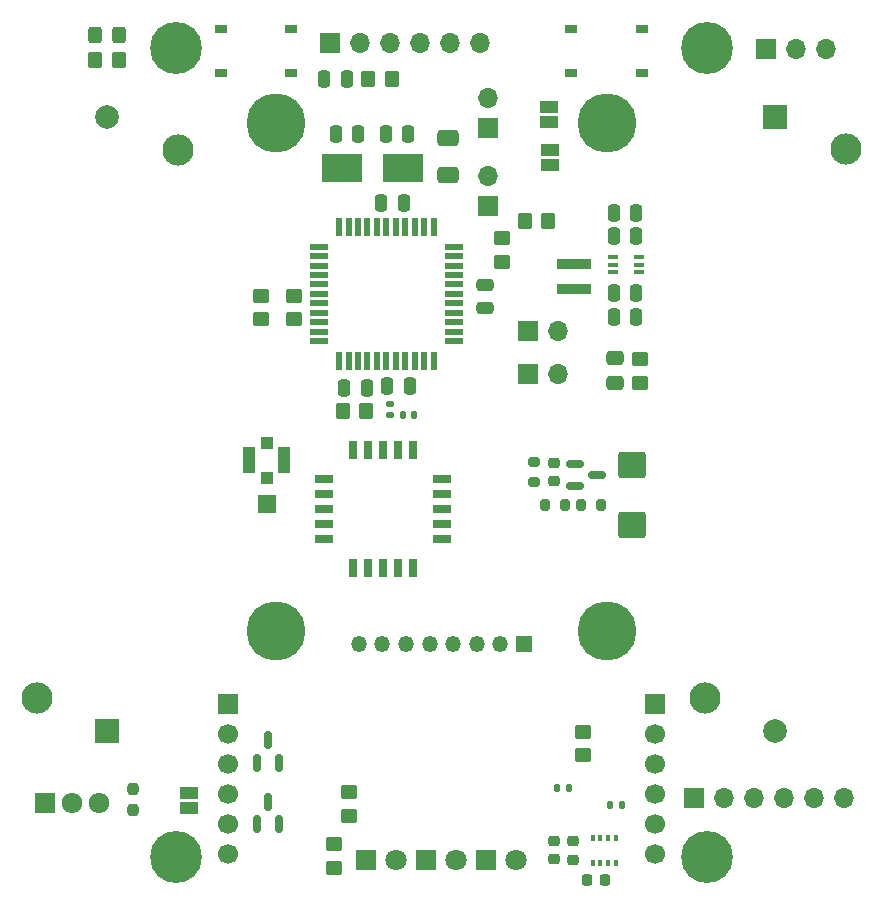
<source format=gbr>
%TF.GenerationSoftware,KiCad,Pcbnew,8.0.9-8.0.9-0~ubuntu22.04.1*%
%TF.CreationDate,2025-06-26T12:13:22+02:00*%
%TF.ProjectId,HB-UNI-SEN-BATT_ATMega1284P_E07-900MM10S_CO2_FUEL4EP,48422d55-4e49-42d5-9345-4e2d42415454,1.0*%
%TF.SameCoordinates,Original*%
%TF.FileFunction,Soldermask,Top*%
%TF.FilePolarity,Negative*%
%FSLAX46Y46*%
G04 Gerber Fmt 4.6, Leading zero omitted, Abs format (unit mm)*
G04 Created by KiCad (PCBNEW 8.0.9-8.0.9-0~ubuntu22.04.1) date 2025-06-26 12:13:22*
%MOMM*%
%LPD*%
G01*
G04 APERTURE LIST*
G04 Aperture macros list*
%AMRoundRect*
0 Rectangle with rounded corners*
0 $1 Rounding radius*
0 $2 $3 $4 $5 $6 $7 $8 $9 X,Y pos of 4 corners*
0 Add a 4 corners polygon primitive as box body*
4,1,4,$2,$3,$4,$5,$6,$7,$8,$9,$2,$3,0*
0 Add four circle primitives for the rounded corners*
1,1,$1+$1,$2,$3*
1,1,$1+$1,$4,$5*
1,1,$1+$1,$6,$7*
1,1,$1+$1,$8,$9*
0 Add four rect primitives between the rounded corners*
20,1,$1+$1,$2,$3,$4,$5,0*
20,1,$1+$1,$4,$5,$6,$7,0*
20,1,$1+$1,$6,$7,$8,$9,0*
20,1,$1+$1,$8,$9,$2,$3,0*%
G04 Aperture macros list end*
%ADD10RoundRect,0.250000X-0.325000X-0.450000X0.325000X-0.450000X0.325000X0.450000X-0.325000X0.450000X0*%
%ADD11R,1.700000X1.700000*%
%ADD12O,1.700000X1.700000*%
%ADD13RoundRect,0.140000X-0.170000X0.140000X-0.170000X-0.140000X0.170000X-0.140000X0.170000X0.140000X0*%
%ADD14RoundRect,0.250000X-0.450000X0.350000X-0.450000X-0.350000X0.450000X-0.350000X0.450000X0.350000X0*%
%ADD15RoundRect,0.250000X-0.350000X-0.450000X0.350000X-0.450000X0.350000X0.450000X-0.350000X0.450000X0*%
%ADD16RoundRect,0.237500X-0.237500X0.250000X-0.237500X-0.250000X0.237500X-0.250000X0.237500X0.250000X0*%
%ADD17R,1.717500X1.800000*%
%ADD18O,1.717500X1.800000*%
%ADD19R,0.800000X1.500000*%
%ADD20R,1.500000X0.800000*%
%ADD21R,1.500000X1.000000*%
%ADD22C,0.700000*%
%ADD23C,4.400000*%
%ADD24C,2.640000*%
%ADD25R,2.000000X2.000000*%
%ADD26C,2.000000*%
%ADD27RoundRect,0.250000X0.250000X0.475000X-0.250000X0.475000X-0.250000X-0.475000X0.250000X-0.475000X0*%
%ADD28RoundRect,0.250000X-0.250000X-0.475000X0.250000X-0.475000X0.250000X0.475000X-0.250000X0.475000X0*%
%ADD29RoundRect,0.250000X0.350000X0.450000X-0.350000X0.450000X-0.350000X-0.450000X0.350000X-0.450000X0*%
%ADD30R,3.500000X2.400000*%
%ADD31RoundRect,0.250000X0.650000X-0.412500X0.650000X0.412500X-0.650000X0.412500X-0.650000X-0.412500X0*%
%ADD32R,1.000000X0.750000*%
%ADD33R,1.350000X1.350000*%
%ADD34O,1.350000X1.350000*%
%ADD35R,3.000000X0.900000*%
%ADD36RoundRect,0.100000X0.350000X0.100000X-0.350000X0.100000X-0.350000X-0.100000X0.350000X-0.100000X0*%
%ADD37RoundRect,0.250000X0.450000X-0.350000X0.450000X0.350000X-0.450000X0.350000X-0.450000X-0.350000X0*%
%ADD38R,0.550000X1.500000*%
%ADD39R,1.500000X0.550000*%
%ADD40RoundRect,0.250000X0.475000X-0.250000X0.475000X0.250000X-0.475000X0.250000X-0.475000X-0.250000X0*%
%ADD41C,5.000000*%
%ADD42RoundRect,0.225000X0.250000X-0.225000X0.250000X0.225000X-0.250000X0.225000X-0.250000X-0.225000X0*%
%ADD43RoundRect,0.200000X-0.275000X0.200000X-0.275000X-0.200000X0.275000X-0.200000X0.275000X0.200000X0*%
%ADD44R,0.350000X0.500000*%
%ADD45RoundRect,0.135000X0.135000X0.185000X-0.135000X0.185000X-0.135000X-0.185000X0.135000X-0.185000X0*%
%ADD46R,1.800000X1.800000*%
%ADD47C,1.800000*%
%ADD48RoundRect,0.200000X-0.200000X-0.275000X0.200000X-0.275000X0.200000X0.275000X-0.200000X0.275000X0*%
%ADD49RoundRect,0.140000X0.140000X0.170000X-0.140000X0.170000X-0.140000X-0.170000X0.140000X-0.170000X0*%
%ADD50RoundRect,0.250000X-0.550000X-0.550000X0.550000X-0.550000X0.550000X0.550000X-0.550000X0.550000X0*%
%ADD51RoundRect,0.150000X0.150000X-0.587500X0.150000X0.587500X-0.150000X0.587500X-0.150000X-0.587500X0*%
%ADD52RoundRect,0.225000X0.225000X0.250000X-0.225000X0.250000X-0.225000X-0.250000X0.225000X-0.250000X0*%
%ADD53RoundRect,0.147500X0.147500X0.172500X-0.147500X0.172500X-0.147500X-0.172500X0.147500X-0.172500X0*%
%ADD54RoundRect,0.250000X0.475000X-0.337500X0.475000X0.337500X-0.475000X0.337500X-0.475000X-0.337500X0*%
%ADD55RoundRect,0.250000X0.925000X-0.875000X0.925000X0.875000X-0.925000X0.875000X-0.925000X-0.875000X0*%
%ADD56C,1.700000*%
%ADD57RoundRect,0.150000X-0.587500X-0.150000X0.587500X-0.150000X0.587500X0.150000X-0.587500X0.150000X0*%
%ADD58R,1.000000X1.000000*%
%ADD59R,1.050000X2.200000*%
G04 APERTURE END LIST*
D10*
%TO.C,D1*%
X8138500Y72799500D03*
X10188500Y72799500D03*
%TD*%
D11*
%TO.C,J3*%
X44796000Y44097500D03*
D12*
X47336000Y44097500D03*
%TD*%
D11*
%TO.C,J4*%
X44796000Y47780500D03*
D12*
X47336000Y47780500D03*
%TD*%
D11*
%TO.C,J5*%
X58880000Y8220000D03*
D12*
X61420000Y8220000D03*
X63960000Y8220000D03*
X66500000Y8220000D03*
X69040000Y8220000D03*
X71580000Y8220000D03*
%TD*%
D13*
%TO.C,C1*%
X33172400Y41605200D03*
X33172400Y40645200D03*
%TD*%
D14*
%TO.C,R4*%
X22190000Y50749000D03*
X22190000Y48749000D03*
%TD*%
%TO.C,R5*%
X24984000Y50765000D03*
X24984000Y48765000D03*
%TD*%
D15*
%TO.C,R1*%
X8172500Y70704000D03*
X10172500Y70704000D03*
%TD*%
D16*
%TO.C,R3*%
X11379200Y9024500D03*
X11379200Y7199500D03*
%TD*%
D17*
%TO.C,Q1*%
X3958400Y7804800D03*
D18*
X6248400Y7804800D03*
X8538400Y7804800D03*
%TD*%
D11*
%TO.C,J10*%
X64989000Y71656500D03*
D12*
X67529000Y71656500D03*
X70069000Y71656500D03*
%TD*%
D19*
%TO.C,Module1*%
X35102800Y27689800D03*
D20*
X27562800Y35229800D03*
D19*
X35102800Y37689800D03*
D20*
X37562800Y35229800D03*
D19*
X33832800Y27689800D03*
D20*
X27562800Y33959800D03*
D19*
X33832800Y37689800D03*
D20*
X37562800Y33959800D03*
D19*
X32562800Y27689800D03*
D20*
X27562800Y32689800D03*
D19*
X32562800Y37689800D03*
D20*
X37562800Y32689800D03*
D19*
X31292800Y27689800D03*
D20*
X27562800Y31419800D03*
D19*
X31292800Y37689800D03*
D20*
X37562800Y31419800D03*
D19*
X30022800Y27689800D03*
D20*
X27562800Y30149800D03*
D19*
X30022800Y37689800D03*
D20*
X37562800Y30149800D03*
%TD*%
D21*
%TO.C,JP2*%
X46637500Y66718500D03*
X46637500Y65418500D03*
%TD*%
D22*
%TO.C,H2*%
X58200000Y71750000D03*
X58727200Y73022800D03*
X58727200Y70477200D03*
X60000000Y73550000D03*
D23*
X60000000Y71750000D03*
D22*
X60000000Y69950000D03*
X61272800Y73022800D03*
X61272800Y70477200D03*
X61800000Y71750000D03*
%TD*%
%TO.C,H4*%
X58200000Y3250000D03*
X58727200Y4522800D03*
X58727200Y1977200D03*
X60000000Y5050000D03*
D23*
X60000000Y3250000D03*
D22*
X60000000Y1450000D03*
X61272800Y4522800D03*
X61272800Y1977200D03*
X61800000Y3250000D03*
%TD*%
%TO.C,H1*%
X13200000Y71750000D03*
X13727200Y73022800D03*
X13727200Y70477200D03*
X15000000Y73550000D03*
D23*
X15000000Y71750000D03*
D22*
X15000000Y69950000D03*
X16272800Y73022800D03*
X16272800Y70477200D03*
X16800000Y71750000D03*
%TD*%
%TO.C,H3*%
X13200000Y3250000D03*
X13727200Y4522800D03*
X13727200Y1977200D03*
X15000000Y5050000D03*
D23*
X15000000Y3250000D03*
D22*
X15000000Y1450000D03*
X16272800Y4522800D03*
X16272800Y1977200D03*
X16800000Y3250000D03*
%TD*%
D24*
%TO.C,BT2*%
X3225000Y16650000D03*
X15215000Y63130000D03*
D25*
X9220000Y13900000D03*
D26*
X9220000Y65890000D03*
%TD*%
D27*
%TO.C,C2*%
X31168900Y42950000D03*
X29268900Y42950000D03*
%TD*%
%TO.C,C4*%
X34316000Y58639000D03*
X32416000Y58639000D03*
%TD*%
D28*
%TO.C,C6*%
X28542500Y64481000D03*
X30442500Y64481000D03*
%TD*%
D27*
%TO.C,C8*%
X34801100Y43106900D03*
X32901100Y43106900D03*
%TD*%
D11*
%TO.C,J12*%
X28070100Y72139100D03*
D12*
X30610100Y72139100D03*
X33150100Y72139100D03*
X35690100Y72139100D03*
X38230100Y72139100D03*
X40770100Y72139100D03*
%TD*%
D29*
%TO.C,R2*%
X33315200Y69129200D03*
X31315200Y69129200D03*
%TD*%
%TO.C,R6*%
X31143500Y41000000D03*
X29143500Y41000000D03*
%TD*%
D30*
%TO.C,Y1*%
X29051500Y61560000D03*
X34251500Y61560000D03*
%TD*%
D31*
%TO.C,C5*%
X38065000Y60962300D03*
X38065000Y64087300D03*
%TD*%
D32*
%TO.C,SW2*%
X48500000Y73375000D03*
X54500000Y73375000D03*
X48500000Y69625000D03*
X54500000Y69625000D03*
%TD*%
%TO.C,SW1*%
X24800000Y69625000D03*
X18800000Y69625000D03*
X24800000Y73375000D03*
X18800000Y73375000D03*
%TD*%
D24*
%TO.C,BT1*%
X71775000Y63150000D03*
X59785000Y16670000D03*
D25*
X65780000Y65900000D03*
D26*
X65780000Y13910000D03*
%TD*%
D33*
%TO.C,J11*%
X44500000Y21282000D03*
D34*
X42500000Y21282000D03*
X40500000Y21282000D03*
X38500000Y21282000D03*
X36500000Y21282000D03*
X34500000Y21282000D03*
X32500000Y21282000D03*
X30500000Y21282000D03*
%TD*%
D28*
%TO.C,C11*%
X52080680Y48946360D03*
X53980680Y48946360D03*
%TD*%
%TO.C,C12*%
X52101000Y55789120D03*
X54001000Y55789120D03*
%TD*%
%TO.C,C13*%
X52101000Y57795720D03*
X54001000Y57795720D03*
%TD*%
D21*
%TO.C,JP3*%
X46688300Y61811700D03*
X46688300Y63111700D03*
%TD*%
D35*
%TO.C,L1*%
X48733000Y51316000D03*
X48733000Y53416000D03*
%TD*%
D36*
%TO.C,U2*%
X54214500Y52718500D03*
X54214500Y53368500D03*
X54214500Y54018500D03*
X52014500Y54018500D03*
X52014500Y53368500D03*
X52014500Y52718500D03*
%TD*%
D29*
%TO.C,R8*%
X46558000Y57115000D03*
X44558000Y57115000D03*
%TD*%
D37*
%TO.C,R7*%
X42616680Y53615640D03*
X42616680Y55615640D03*
%TD*%
D11*
%TO.C,J1*%
X41400000Y64989000D03*
D12*
X41400000Y67529000D03*
%TD*%
D28*
%TO.C,C10*%
X52080680Y50942800D03*
X53980680Y50942800D03*
%TD*%
D27*
%TO.C,C9*%
X29474800Y69129200D03*
X27574800Y69129200D03*
%TD*%
%TO.C,C7*%
X34697000Y64481000D03*
X32797000Y64481000D03*
%TD*%
D38*
%TO.C,U1*%
X36832600Y56604700D03*
X36032600Y56604700D03*
X35232600Y56604700D03*
X34432600Y56604700D03*
X33632600Y56604700D03*
X32832600Y56604700D03*
X32032600Y56604700D03*
X31232600Y56604700D03*
X30432600Y56604700D03*
X29632600Y56604700D03*
X28832600Y56604700D03*
D39*
X27132600Y54904700D03*
X27132600Y54104700D03*
X27132600Y53304700D03*
X27132600Y52504700D03*
X27132600Y51704700D03*
X27132600Y50904700D03*
X27132600Y50104700D03*
X27132600Y49304700D03*
X27132600Y48504700D03*
X27132600Y47704700D03*
X27132600Y46904700D03*
D38*
X28832600Y45204700D03*
X29632600Y45204700D03*
X30432600Y45204700D03*
X31232600Y45204700D03*
X32032600Y45204700D03*
X32832600Y45204700D03*
X33632600Y45204700D03*
X34432600Y45204700D03*
X35232600Y45204700D03*
X36032600Y45204700D03*
X36832600Y45204700D03*
D39*
X38532600Y46904700D03*
X38532600Y47704700D03*
X38532600Y48504700D03*
X38532600Y49304700D03*
X38532600Y50104700D03*
X38532600Y50904700D03*
X38532600Y51704700D03*
X38532600Y52504700D03*
X38532600Y53304700D03*
X38532600Y54104700D03*
X38532600Y54904700D03*
%TD*%
D40*
%TO.C,C3*%
X41176500Y49751500D03*
X41176500Y51651500D03*
%TD*%
D11*
%TO.C,J2*%
X41400000Y58385000D03*
D12*
X41400000Y60925000D03*
%TD*%
D41*
%TO.C,H5*%
X23500000Y65400000D03*
%TD*%
%TO.C,H6*%
X23500000Y22400000D03*
%TD*%
%TO.C,H7*%
X51500000Y65400000D03*
%TD*%
%TO.C,H8*%
X51500000Y22400000D03*
%TD*%
D42*
%TO.C,C20*%
X48600000Y3000000D03*
X48600000Y4550000D03*
%TD*%
D43*
%TO.C,R9*%
X45339000Y36639000D03*
X45339000Y34989000D03*
%TD*%
D44*
%TO.C,U3*%
X50300000Y4800000D03*
X50950000Y4800000D03*
X51600000Y4800000D03*
X52250000Y4800000D03*
X52250000Y2750000D03*
X51600000Y2750000D03*
X50950000Y2750000D03*
X50300000Y2750000D03*
%TD*%
D45*
%TO.C,R16*%
X52810000Y7650000D03*
X51790000Y7650000D03*
%TD*%
D37*
%TO.C,R14*%
X29700000Y6700000D03*
X29700000Y8700000D03*
%TD*%
D46*
%TO.C,D2*%
X41300000Y3000000D03*
D47*
X43840000Y3000000D03*
%TD*%
D46*
%TO.C,D3*%
X36220000Y3000000D03*
D47*
X38760000Y3000000D03*
%TD*%
D48*
%TO.C,R10*%
X46292000Y33020000D03*
X47942000Y33020000D03*
%TD*%
D49*
%TO.C,C14*%
X35179000Y40665400D03*
X34219000Y40665400D03*
%TD*%
D42*
%TO.C,C16*%
X46990000Y35039000D03*
X46990000Y36589000D03*
%TD*%
D50*
%TO.C,AE1*%
X22748000Y33135000D03*
%TD*%
D51*
%TO.C,Q3*%
X21850000Y6025000D03*
X23750000Y6025000D03*
X22800000Y7900000D03*
%TD*%
D42*
%TO.C,C18*%
X47000000Y3025000D03*
X47000000Y4575000D03*
%TD*%
D37*
%TO.C,R15*%
X54300000Y43400000D03*
X54300000Y45400000D03*
%TD*%
%TO.C,R12*%
X49450000Y11850000D03*
X49450000Y13850000D03*
%TD*%
D48*
%TO.C,R11*%
X49340000Y33020000D03*
X50990000Y33020000D03*
%TD*%
D52*
%TO.C,C19*%
X51375000Y1300000D03*
X49825000Y1300000D03*
%TD*%
D53*
%TO.C,FB1*%
X48285000Y9050000D03*
X47315000Y9050000D03*
%TD*%
D37*
%TO.C,R13*%
X28400000Y2300000D03*
X28400000Y4300000D03*
%TD*%
D51*
%TO.C,Q2*%
X21850000Y11225000D03*
X23750000Y11225000D03*
X22800000Y13100000D03*
%TD*%
D46*
%TO.C,D4*%
X31140000Y3000000D03*
D47*
X33680000Y3000000D03*
%TD*%
D54*
%TO.C,C17*%
X52172936Y43365000D03*
X52172936Y45440000D03*
%TD*%
D55*
%TO.C,C15*%
X53594000Y31349000D03*
X53594000Y36449000D03*
%TD*%
D11*
%TO.C,module2*%
X55539500Y16180000D03*
X19459500Y16180000D03*
D56*
X55539500Y13640000D03*
X19459500Y13640000D03*
X55539500Y11100000D03*
X19459500Y11100000D03*
X55539500Y8560000D03*
X19459500Y8560000D03*
X55539500Y6020000D03*
X19459500Y6020000D03*
X55539500Y3480000D03*
X19459500Y3480000D03*
%TD*%
D57*
%TO.C,Q4*%
X48798000Y36510000D03*
X48798000Y34610000D03*
X50673000Y35560000D03*
%TD*%
D21*
%TO.C,JP4*%
X16103600Y8686800D03*
X16103600Y7386800D03*
%TD*%
D58*
%TO.C,J13*%
X22695600Y35318000D03*
D59*
X21220600Y36818000D03*
D58*
X22695600Y38318000D03*
D59*
X24170600Y36818000D03*
%TD*%
M02*

</source>
